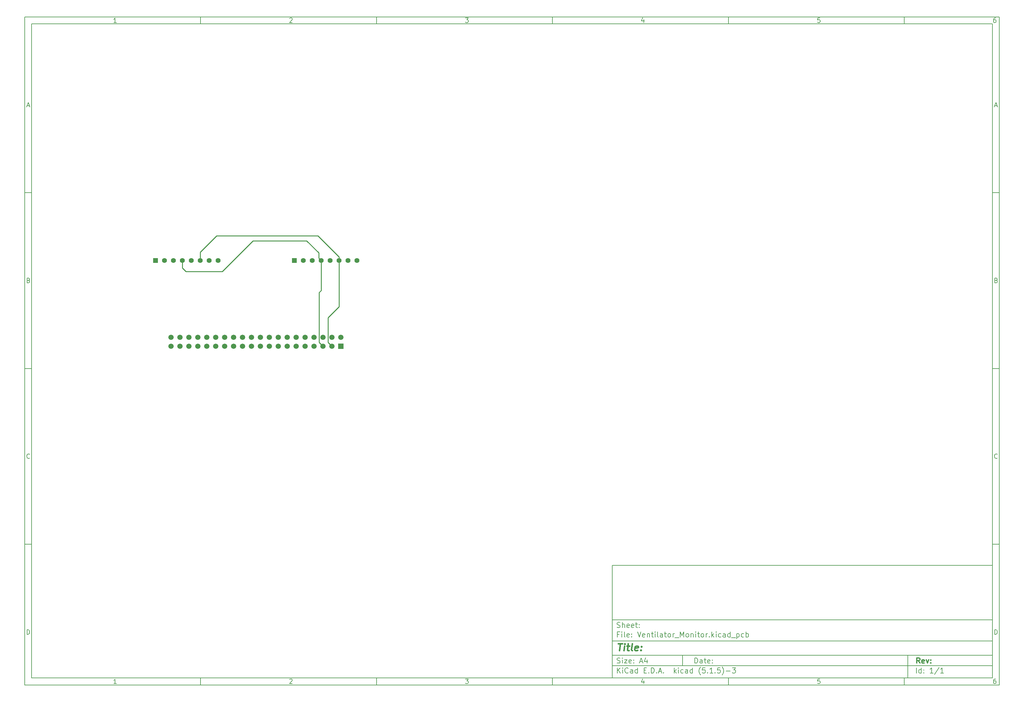
<source format=gbr>
G04 #@! TF.GenerationSoftware,KiCad,Pcbnew,(5.1.5)-3*
G04 #@! TF.CreationDate,2020-04-28T22:00:42-04:00*
G04 #@! TF.ProjectId,Ventilator_Monitor,56656e74-696c-4617-946f-725f4d6f6e69,rev?*
G04 #@! TF.SameCoordinates,Original*
G04 #@! TF.FileFunction,Copper,L2,Bot*
G04 #@! TF.FilePolarity,Positive*
%FSLAX46Y46*%
G04 Gerber Fmt 4.6, Leading zero omitted, Abs format (unit mm)*
G04 Created by KiCad (PCBNEW (5.1.5)-3) date 2020-04-28 22:00:42*
%MOMM*%
%LPD*%
G04 APERTURE LIST*
%ADD10C,0.100000*%
%ADD11C,0.150000*%
%ADD12C,0.300000*%
%ADD13C,0.400000*%
%ADD14C,1.508000*%
%ADD15R,1.508000X1.508000*%
%ADD16C,1.398000*%
%ADD17R,1.398000X1.398000*%
%ADD18C,0.250000*%
G04 APERTURE END LIST*
D10*
D11*
X177002200Y-166007200D02*
X177002200Y-198007200D01*
X285002200Y-198007200D01*
X285002200Y-166007200D01*
X177002200Y-166007200D01*
D10*
D11*
X10000000Y-10000000D02*
X10000000Y-200007200D01*
X287002200Y-200007200D01*
X287002200Y-10000000D01*
X10000000Y-10000000D01*
D10*
D11*
X12000000Y-12000000D02*
X12000000Y-198007200D01*
X285002200Y-198007200D01*
X285002200Y-12000000D01*
X12000000Y-12000000D01*
D10*
D11*
X60000000Y-12000000D02*
X60000000Y-10000000D01*
D10*
D11*
X110000000Y-12000000D02*
X110000000Y-10000000D01*
D10*
D11*
X160000000Y-12000000D02*
X160000000Y-10000000D01*
D10*
D11*
X210000000Y-12000000D02*
X210000000Y-10000000D01*
D10*
D11*
X260000000Y-12000000D02*
X260000000Y-10000000D01*
D10*
D11*
X36065476Y-11588095D02*
X35322619Y-11588095D01*
X35694047Y-11588095D02*
X35694047Y-10288095D01*
X35570238Y-10473809D01*
X35446428Y-10597619D01*
X35322619Y-10659523D01*
D10*
D11*
X85322619Y-10411904D02*
X85384523Y-10350000D01*
X85508333Y-10288095D01*
X85817857Y-10288095D01*
X85941666Y-10350000D01*
X86003571Y-10411904D01*
X86065476Y-10535714D01*
X86065476Y-10659523D01*
X86003571Y-10845238D01*
X85260714Y-11588095D01*
X86065476Y-11588095D01*
D10*
D11*
X135260714Y-10288095D02*
X136065476Y-10288095D01*
X135632142Y-10783333D01*
X135817857Y-10783333D01*
X135941666Y-10845238D01*
X136003571Y-10907142D01*
X136065476Y-11030952D01*
X136065476Y-11340476D01*
X136003571Y-11464285D01*
X135941666Y-11526190D01*
X135817857Y-11588095D01*
X135446428Y-11588095D01*
X135322619Y-11526190D01*
X135260714Y-11464285D01*
D10*
D11*
X185941666Y-10721428D02*
X185941666Y-11588095D01*
X185632142Y-10226190D02*
X185322619Y-11154761D01*
X186127380Y-11154761D01*
D10*
D11*
X236003571Y-10288095D02*
X235384523Y-10288095D01*
X235322619Y-10907142D01*
X235384523Y-10845238D01*
X235508333Y-10783333D01*
X235817857Y-10783333D01*
X235941666Y-10845238D01*
X236003571Y-10907142D01*
X236065476Y-11030952D01*
X236065476Y-11340476D01*
X236003571Y-11464285D01*
X235941666Y-11526190D01*
X235817857Y-11588095D01*
X235508333Y-11588095D01*
X235384523Y-11526190D01*
X235322619Y-11464285D01*
D10*
D11*
X285941666Y-10288095D02*
X285694047Y-10288095D01*
X285570238Y-10350000D01*
X285508333Y-10411904D01*
X285384523Y-10597619D01*
X285322619Y-10845238D01*
X285322619Y-11340476D01*
X285384523Y-11464285D01*
X285446428Y-11526190D01*
X285570238Y-11588095D01*
X285817857Y-11588095D01*
X285941666Y-11526190D01*
X286003571Y-11464285D01*
X286065476Y-11340476D01*
X286065476Y-11030952D01*
X286003571Y-10907142D01*
X285941666Y-10845238D01*
X285817857Y-10783333D01*
X285570238Y-10783333D01*
X285446428Y-10845238D01*
X285384523Y-10907142D01*
X285322619Y-11030952D01*
D10*
D11*
X60000000Y-198007200D02*
X60000000Y-200007200D01*
D10*
D11*
X110000000Y-198007200D02*
X110000000Y-200007200D01*
D10*
D11*
X160000000Y-198007200D02*
X160000000Y-200007200D01*
D10*
D11*
X210000000Y-198007200D02*
X210000000Y-200007200D01*
D10*
D11*
X260000000Y-198007200D02*
X260000000Y-200007200D01*
D10*
D11*
X36065476Y-199595295D02*
X35322619Y-199595295D01*
X35694047Y-199595295D02*
X35694047Y-198295295D01*
X35570238Y-198481009D01*
X35446428Y-198604819D01*
X35322619Y-198666723D01*
D10*
D11*
X85322619Y-198419104D02*
X85384523Y-198357200D01*
X85508333Y-198295295D01*
X85817857Y-198295295D01*
X85941666Y-198357200D01*
X86003571Y-198419104D01*
X86065476Y-198542914D01*
X86065476Y-198666723D01*
X86003571Y-198852438D01*
X85260714Y-199595295D01*
X86065476Y-199595295D01*
D10*
D11*
X135260714Y-198295295D02*
X136065476Y-198295295D01*
X135632142Y-198790533D01*
X135817857Y-198790533D01*
X135941666Y-198852438D01*
X136003571Y-198914342D01*
X136065476Y-199038152D01*
X136065476Y-199347676D01*
X136003571Y-199471485D01*
X135941666Y-199533390D01*
X135817857Y-199595295D01*
X135446428Y-199595295D01*
X135322619Y-199533390D01*
X135260714Y-199471485D01*
D10*
D11*
X185941666Y-198728628D02*
X185941666Y-199595295D01*
X185632142Y-198233390D02*
X185322619Y-199161961D01*
X186127380Y-199161961D01*
D10*
D11*
X236003571Y-198295295D02*
X235384523Y-198295295D01*
X235322619Y-198914342D01*
X235384523Y-198852438D01*
X235508333Y-198790533D01*
X235817857Y-198790533D01*
X235941666Y-198852438D01*
X236003571Y-198914342D01*
X236065476Y-199038152D01*
X236065476Y-199347676D01*
X236003571Y-199471485D01*
X235941666Y-199533390D01*
X235817857Y-199595295D01*
X235508333Y-199595295D01*
X235384523Y-199533390D01*
X235322619Y-199471485D01*
D10*
D11*
X285941666Y-198295295D02*
X285694047Y-198295295D01*
X285570238Y-198357200D01*
X285508333Y-198419104D01*
X285384523Y-198604819D01*
X285322619Y-198852438D01*
X285322619Y-199347676D01*
X285384523Y-199471485D01*
X285446428Y-199533390D01*
X285570238Y-199595295D01*
X285817857Y-199595295D01*
X285941666Y-199533390D01*
X286003571Y-199471485D01*
X286065476Y-199347676D01*
X286065476Y-199038152D01*
X286003571Y-198914342D01*
X285941666Y-198852438D01*
X285817857Y-198790533D01*
X285570238Y-198790533D01*
X285446428Y-198852438D01*
X285384523Y-198914342D01*
X285322619Y-199038152D01*
D10*
D11*
X10000000Y-60000000D02*
X12000000Y-60000000D01*
D10*
D11*
X10000000Y-110000000D02*
X12000000Y-110000000D01*
D10*
D11*
X10000000Y-160000000D02*
X12000000Y-160000000D01*
D10*
D11*
X10690476Y-35216666D02*
X11309523Y-35216666D01*
X10566666Y-35588095D02*
X11000000Y-34288095D01*
X11433333Y-35588095D01*
D10*
D11*
X11092857Y-84907142D02*
X11278571Y-84969047D01*
X11340476Y-85030952D01*
X11402380Y-85154761D01*
X11402380Y-85340476D01*
X11340476Y-85464285D01*
X11278571Y-85526190D01*
X11154761Y-85588095D01*
X10659523Y-85588095D01*
X10659523Y-84288095D01*
X11092857Y-84288095D01*
X11216666Y-84350000D01*
X11278571Y-84411904D01*
X11340476Y-84535714D01*
X11340476Y-84659523D01*
X11278571Y-84783333D01*
X11216666Y-84845238D01*
X11092857Y-84907142D01*
X10659523Y-84907142D01*
D10*
D11*
X11402380Y-135464285D02*
X11340476Y-135526190D01*
X11154761Y-135588095D01*
X11030952Y-135588095D01*
X10845238Y-135526190D01*
X10721428Y-135402380D01*
X10659523Y-135278571D01*
X10597619Y-135030952D01*
X10597619Y-134845238D01*
X10659523Y-134597619D01*
X10721428Y-134473809D01*
X10845238Y-134350000D01*
X11030952Y-134288095D01*
X11154761Y-134288095D01*
X11340476Y-134350000D01*
X11402380Y-134411904D01*
D10*
D11*
X10659523Y-185588095D02*
X10659523Y-184288095D01*
X10969047Y-184288095D01*
X11154761Y-184350000D01*
X11278571Y-184473809D01*
X11340476Y-184597619D01*
X11402380Y-184845238D01*
X11402380Y-185030952D01*
X11340476Y-185278571D01*
X11278571Y-185402380D01*
X11154761Y-185526190D01*
X10969047Y-185588095D01*
X10659523Y-185588095D01*
D10*
D11*
X287002200Y-60000000D02*
X285002200Y-60000000D01*
D10*
D11*
X287002200Y-110000000D02*
X285002200Y-110000000D01*
D10*
D11*
X287002200Y-160000000D02*
X285002200Y-160000000D01*
D10*
D11*
X285692676Y-35216666D02*
X286311723Y-35216666D01*
X285568866Y-35588095D02*
X286002200Y-34288095D01*
X286435533Y-35588095D01*
D10*
D11*
X286095057Y-84907142D02*
X286280771Y-84969047D01*
X286342676Y-85030952D01*
X286404580Y-85154761D01*
X286404580Y-85340476D01*
X286342676Y-85464285D01*
X286280771Y-85526190D01*
X286156961Y-85588095D01*
X285661723Y-85588095D01*
X285661723Y-84288095D01*
X286095057Y-84288095D01*
X286218866Y-84350000D01*
X286280771Y-84411904D01*
X286342676Y-84535714D01*
X286342676Y-84659523D01*
X286280771Y-84783333D01*
X286218866Y-84845238D01*
X286095057Y-84907142D01*
X285661723Y-84907142D01*
D10*
D11*
X286404580Y-135464285D02*
X286342676Y-135526190D01*
X286156961Y-135588095D01*
X286033152Y-135588095D01*
X285847438Y-135526190D01*
X285723628Y-135402380D01*
X285661723Y-135278571D01*
X285599819Y-135030952D01*
X285599819Y-134845238D01*
X285661723Y-134597619D01*
X285723628Y-134473809D01*
X285847438Y-134350000D01*
X286033152Y-134288095D01*
X286156961Y-134288095D01*
X286342676Y-134350000D01*
X286404580Y-134411904D01*
D10*
D11*
X285661723Y-185588095D02*
X285661723Y-184288095D01*
X285971247Y-184288095D01*
X286156961Y-184350000D01*
X286280771Y-184473809D01*
X286342676Y-184597619D01*
X286404580Y-184845238D01*
X286404580Y-185030952D01*
X286342676Y-185278571D01*
X286280771Y-185402380D01*
X286156961Y-185526190D01*
X285971247Y-185588095D01*
X285661723Y-185588095D01*
D10*
D11*
X200434342Y-193785771D02*
X200434342Y-192285771D01*
X200791485Y-192285771D01*
X201005771Y-192357200D01*
X201148628Y-192500057D01*
X201220057Y-192642914D01*
X201291485Y-192928628D01*
X201291485Y-193142914D01*
X201220057Y-193428628D01*
X201148628Y-193571485D01*
X201005771Y-193714342D01*
X200791485Y-193785771D01*
X200434342Y-193785771D01*
X202577200Y-193785771D02*
X202577200Y-193000057D01*
X202505771Y-192857200D01*
X202362914Y-192785771D01*
X202077200Y-192785771D01*
X201934342Y-192857200D01*
X202577200Y-193714342D02*
X202434342Y-193785771D01*
X202077200Y-193785771D01*
X201934342Y-193714342D01*
X201862914Y-193571485D01*
X201862914Y-193428628D01*
X201934342Y-193285771D01*
X202077200Y-193214342D01*
X202434342Y-193214342D01*
X202577200Y-193142914D01*
X203077200Y-192785771D02*
X203648628Y-192785771D01*
X203291485Y-192285771D02*
X203291485Y-193571485D01*
X203362914Y-193714342D01*
X203505771Y-193785771D01*
X203648628Y-193785771D01*
X204720057Y-193714342D02*
X204577200Y-193785771D01*
X204291485Y-193785771D01*
X204148628Y-193714342D01*
X204077200Y-193571485D01*
X204077200Y-193000057D01*
X204148628Y-192857200D01*
X204291485Y-192785771D01*
X204577200Y-192785771D01*
X204720057Y-192857200D01*
X204791485Y-193000057D01*
X204791485Y-193142914D01*
X204077200Y-193285771D01*
X205434342Y-193642914D02*
X205505771Y-193714342D01*
X205434342Y-193785771D01*
X205362914Y-193714342D01*
X205434342Y-193642914D01*
X205434342Y-193785771D01*
X205434342Y-192857200D02*
X205505771Y-192928628D01*
X205434342Y-193000057D01*
X205362914Y-192928628D01*
X205434342Y-192857200D01*
X205434342Y-193000057D01*
D10*
D11*
X177002200Y-194507200D02*
X285002200Y-194507200D01*
D10*
D11*
X178434342Y-196585771D02*
X178434342Y-195085771D01*
X179291485Y-196585771D02*
X178648628Y-195728628D01*
X179291485Y-195085771D02*
X178434342Y-195942914D01*
X179934342Y-196585771D02*
X179934342Y-195585771D01*
X179934342Y-195085771D02*
X179862914Y-195157200D01*
X179934342Y-195228628D01*
X180005771Y-195157200D01*
X179934342Y-195085771D01*
X179934342Y-195228628D01*
X181505771Y-196442914D02*
X181434342Y-196514342D01*
X181220057Y-196585771D01*
X181077200Y-196585771D01*
X180862914Y-196514342D01*
X180720057Y-196371485D01*
X180648628Y-196228628D01*
X180577200Y-195942914D01*
X180577200Y-195728628D01*
X180648628Y-195442914D01*
X180720057Y-195300057D01*
X180862914Y-195157200D01*
X181077200Y-195085771D01*
X181220057Y-195085771D01*
X181434342Y-195157200D01*
X181505771Y-195228628D01*
X182791485Y-196585771D02*
X182791485Y-195800057D01*
X182720057Y-195657200D01*
X182577200Y-195585771D01*
X182291485Y-195585771D01*
X182148628Y-195657200D01*
X182791485Y-196514342D02*
X182648628Y-196585771D01*
X182291485Y-196585771D01*
X182148628Y-196514342D01*
X182077200Y-196371485D01*
X182077200Y-196228628D01*
X182148628Y-196085771D01*
X182291485Y-196014342D01*
X182648628Y-196014342D01*
X182791485Y-195942914D01*
X184148628Y-196585771D02*
X184148628Y-195085771D01*
X184148628Y-196514342D02*
X184005771Y-196585771D01*
X183720057Y-196585771D01*
X183577200Y-196514342D01*
X183505771Y-196442914D01*
X183434342Y-196300057D01*
X183434342Y-195871485D01*
X183505771Y-195728628D01*
X183577200Y-195657200D01*
X183720057Y-195585771D01*
X184005771Y-195585771D01*
X184148628Y-195657200D01*
X186005771Y-195800057D02*
X186505771Y-195800057D01*
X186720057Y-196585771D02*
X186005771Y-196585771D01*
X186005771Y-195085771D01*
X186720057Y-195085771D01*
X187362914Y-196442914D02*
X187434342Y-196514342D01*
X187362914Y-196585771D01*
X187291485Y-196514342D01*
X187362914Y-196442914D01*
X187362914Y-196585771D01*
X188077200Y-196585771D02*
X188077200Y-195085771D01*
X188434342Y-195085771D01*
X188648628Y-195157200D01*
X188791485Y-195300057D01*
X188862914Y-195442914D01*
X188934342Y-195728628D01*
X188934342Y-195942914D01*
X188862914Y-196228628D01*
X188791485Y-196371485D01*
X188648628Y-196514342D01*
X188434342Y-196585771D01*
X188077200Y-196585771D01*
X189577200Y-196442914D02*
X189648628Y-196514342D01*
X189577200Y-196585771D01*
X189505771Y-196514342D01*
X189577200Y-196442914D01*
X189577200Y-196585771D01*
X190220057Y-196157200D02*
X190934342Y-196157200D01*
X190077200Y-196585771D02*
X190577200Y-195085771D01*
X191077200Y-196585771D01*
X191577200Y-196442914D02*
X191648628Y-196514342D01*
X191577200Y-196585771D01*
X191505771Y-196514342D01*
X191577200Y-196442914D01*
X191577200Y-196585771D01*
X194577200Y-196585771D02*
X194577200Y-195085771D01*
X194720057Y-196014342D02*
X195148628Y-196585771D01*
X195148628Y-195585771D02*
X194577200Y-196157200D01*
X195791485Y-196585771D02*
X195791485Y-195585771D01*
X195791485Y-195085771D02*
X195720057Y-195157200D01*
X195791485Y-195228628D01*
X195862914Y-195157200D01*
X195791485Y-195085771D01*
X195791485Y-195228628D01*
X197148628Y-196514342D02*
X197005771Y-196585771D01*
X196720057Y-196585771D01*
X196577200Y-196514342D01*
X196505771Y-196442914D01*
X196434342Y-196300057D01*
X196434342Y-195871485D01*
X196505771Y-195728628D01*
X196577200Y-195657200D01*
X196720057Y-195585771D01*
X197005771Y-195585771D01*
X197148628Y-195657200D01*
X198434342Y-196585771D02*
X198434342Y-195800057D01*
X198362914Y-195657200D01*
X198220057Y-195585771D01*
X197934342Y-195585771D01*
X197791485Y-195657200D01*
X198434342Y-196514342D02*
X198291485Y-196585771D01*
X197934342Y-196585771D01*
X197791485Y-196514342D01*
X197720057Y-196371485D01*
X197720057Y-196228628D01*
X197791485Y-196085771D01*
X197934342Y-196014342D01*
X198291485Y-196014342D01*
X198434342Y-195942914D01*
X199791485Y-196585771D02*
X199791485Y-195085771D01*
X199791485Y-196514342D02*
X199648628Y-196585771D01*
X199362914Y-196585771D01*
X199220057Y-196514342D01*
X199148628Y-196442914D01*
X199077200Y-196300057D01*
X199077200Y-195871485D01*
X199148628Y-195728628D01*
X199220057Y-195657200D01*
X199362914Y-195585771D01*
X199648628Y-195585771D01*
X199791485Y-195657200D01*
X202077200Y-197157200D02*
X202005771Y-197085771D01*
X201862914Y-196871485D01*
X201791485Y-196728628D01*
X201720057Y-196514342D01*
X201648628Y-196157200D01*
X201648628Y-195871485D01*
X201720057Y-195514342D01*
X201791485Y-195300057D01*
X201862914Y-195157200D01*
X202005771Y-194942914D01*
X202077200Y-194871485D01*
X203362914Y-195085771D02*
X202648628Y-195085771D01*
X202577200Y-195800057D01*
X202648628Y-195728628D01*
X202791485Y-195657200D01*
X203148628Y-195657200D01*
X203291485Y-195728628D01*
X203362914Y-195800057D01*
X203434342Y-195942914D01*
X203434342Y-196300057D01*
X203362914Y-196442914D01*
X203291485Y-196514342D01*
X203148628Y-196585771D01*
X202791485Y-196585771D01*
X202648628Y-196514342D01*
X202577200Y-196442914D01*
X204077200Y-196442914D02*
X204148628Y-196514342D01*
X204077200Y-196585771D01*
X204005771Y-196514342D01*
X204077200Y-196442914D01*
X204077200Y-196585771D01*
X205577200Y-196585771D02*
X204720057Y-196585771D01*
X205148628Y-196585771D02*
X205148628Y-195085771D01*
X205005771Y-195300057D01*
X204862914Y-195442914D01*
X204720057Y-195514342D01*
X206220057Y-196442914D02*
X206291485Y-196514342D01*
X206220057Y-196585771D01*
X206148628Y-196514342D01*
X206220057Y-196442914D01*
X206220057Y-196585771D01*
X207648628Y-195085771D02*
X206934342Y-195085771D01*
X206862914Y-195800057D01*
X206934342Y-195728628D01*
X207077200Y-195657200D01*
X207434342Y-195657200D01*
X207577200Y-195728628D01*
X207648628Y-195800057D01*
X207720057Y-195942914D01*
X207720057Y-196300057D01*
X207648628Y-196442914D01*
X207577200Y-196514342D01*
X207434342Y-196585771D01*
X207077200Y-196585771D01*
X206934342Y-196514342D01*
X206862914Y-196442914D01*
X208220057Y-197157200D02*
X208291485Y-197085771D01*
X208434342Y-196871485D01*
X208505771Y-196728628D01*
X208577200Y-196514342D01*
X208648628Y-196157200D01*
X208648628Y-195871485D01*
X208577200Y-195514342D01*
X208505771Y-195300057D01*
X208434342Y-195157200D01*
X208291485Y-194942914D01*
X208220057Y-194871485D01*
X209362914Y-196014342D02*
X210505771Y-196014342D01*
X211077200Y-195085771D02*
X212005771Y-195085771D01*
X211505771Y-195657200D01*
X211720057Y-195657200D01*
X211862914Y-195728628D01*
X211934342Y-195800057D01*
X212005771Y-195942914D01*
X212005771Y-196300057D01*
X211934342Y-196442914D01*
X211862914Y-196514342D01*
X211720057Y-196585771D01*
X211291485Y-196585771D01*
X211148628Y-196514342D01*
X211077200Y-196442914D01*
D10*
D11*
X177002200Y-191507200D02*
X285002200Y-191507200D01*
D10*
D12*
X264411485Y-193785771D02*
X263911485Y-193071485D01*
X263554342Y-193785771D02*
X263554342Y-192285771D01*
X264125771Y-192285771D01*
X264268628Y-192357200D01*
X264340057Y-192428628D01*
X264411485Y-192571485D01*
X264411485Y-192785771D01*
X264340057Y-192928628D01*
X264268628Y-193000057D01*
X264125771Y-193071485D01*
X263554342Y-193071485D01*
X265625771Y-193714342D02*
X265482914Y-193785771D01*
X265197200Y-193785771D01*
X265054342Y-193714342D01*
X264982914Y-193571485D01*
X264982914Y-193000057D01*
X265054342Y-192857200D01*
X265197200Y-192785771D01*
X265482914Y-192785771D01*
X265625771Y-192857200D01*
X265697200Y-193000057D01*
X265697200Y-193142914D01*
X264982914Y-193285771D01*
X266197200Y-192785771D02*
X266554342Y-193785771D01*
X266911485Y-192785771D01*
X267482914Y-193642914D02*
X267554342Y-193714342D01*
X267482914Y-193785771D01*
X267411485Y-193714342D01*
X267482914Y-193642914D01*
X267482914Y-193785771D01*
X267482914Y-192857200D02*
X267554342Y-192928628D01*
X267482914Y-193000057D01*
X267411485Y-192928628D01*
X267482914Y-192857200D01*
X267482914Y-193000057D01*
D10*
D11*
X178362914Y-193714342D02*
X178577200Y-193785771D01*
X178934342Y-193785771D01*
X179077200Y-193714342D01*
X179148628Y-193642914D01*
X179220057Y-193500057D01*
X179220057Y-193357200D01*
X179148628Y-193214342D01*
X179077200Y-193142914D01*
X178934342Y-193071485D01*
X178648628Y-193000057D01*
X178505771Y-192928628D01*
X178434342Y-192857200D01*
X178362914Y-192714342D01*
X178362914Y-192571485D01*
X178434342Y-192428628D01*
X178505771Y-192357200D01*
X178648628Y-192285771D01*
X179005771Y-192285771D01*
X179220057Y-192357200D01*
X179862914Y-193785771D02*
X179862914Y-192785771D01*
X179862914Y-192285771D02*
X179791485Y-192357200D01*
X179862914Y-192428628D01*
X179934342Y-192357200D01*
X179862914Y-192285771D01*
X179862914Y-192428628D01*
X180434342Y-192785771D02*
X181220057Y-192785771D01*
X180434342Y-193785771D01*
X181220057Y-193785771D01*
X182362914Y-193714342D02*
X182220057Y-193785771D01*
X181934342Y-193785771D01*
X181791485Y-193714342D01*
X181720057Y-193571485D01*
X181720057Y-193000057D01*
X181791485Y-192857200D01*
X181934342Y-192785771D01*
X182220057Y-192785771D01*
X182362914Y-192857200D01*
X182434342Y-193000057D01*
X182434342Y-193142914D01*
X181720057Y-193285771D01*
X183077200Y-193642914D02*
X183148628Y-193714342D01*
X183077200Y-193785771D01*
X183005771Y-193714342D01*
X183077200Y-193642914D01*
X183077200Y-193785771D01*
X183077200Y-192857200D02*
X183148628Y-192928628D01*
X183077200Y-193000057D01*
X183005771Y-192928628D01*
X183077200Y-192857200D01*
X183077200Y-193000057D01*
X184862914Y-193357200D02*
X185577200Y-193357200D01*
X184720057Y-193785771D02*
X185220057Y-192285771D01*
X185720057Y-193785771D01*
X186862914Y-192785771D02*
X186862914Y-193785771D01*
X186505771Y-192214342D02*
X186148628Y-193285771D01*
X187077200Y-193285771D01*
D10*
D11*
X263434342Y-196585771D02*
X263434342Y-195085771D01*
X264791485Y-196585771D02*
X264791485Y-195085771D01*
X264791485Y-196514342D02*
X264648628Y-196585771D01*
X264362914Y-196585771D01*
X264220057Y-196514342D01*
X264148628Y-196442914D01*
X264077200Y-196300057D01*
X264077200Y-195871485D01*
X264148628Y-195728628D01*
X264220057Y-195657200D01*
X264362914Y-195585771D01*
X264648628Y-195585771D01*
X264791485Y-195657200D01*
X265505771Y-196442914D02*
X265577200Y-196514342D01*
X265505771Y-196585771D01*
X265434342Y-196514342D01*
X265505771Y-196442914D01*
X265505771Y-196585771D01*
X265505771Y-195657200D02*
X265577200Y-195728628D01*
X265505771Y-195800057D01*
X265434342Y-195728628D01*
X265505771Y-195657200D01*
X265505771Y-195800057D01*
X268148628Y-196585771D02*
X267291485Y-196585771D01*
X267720057Y-196585771D02*
X267720057Y-195085771D01*
X267577200Y-195300057D01*
X267434342Y-195442914D01*
X267291485Y-195514342D01*
X269862914Y-195014342D02*
X268577200Y-196942914D01*
X271148628Y-196585771D02*
X270291485Y-196585771D01*
X270720057Y-196585771D02*
X270720057Y-195085771D01*
X270577200Y-195300057D01*
X270434342Y-195442914D01*
X270291485Y-195514342D01*
D10*
D11*
X177002200Y-187507200D02*
X285002200Y-187507200D01*
D10*
D13*
X178714580Y-188211961D02*
X179857438Y-188211961D01*
X179036009Y-190211961D02*
X179286009Y-188211961D01*
X180274104Y-190211961D02*
X180440771Y-188878628D01*
X180524104Y-188211961D02*
X180416961Y-188307200D01*
X180500295Y-188402438D01*
X180607438Y-188307200D01*
X180524104Y-188211961D01*
X180500295Y-188402438D01*
X181107438Y-188878628D02*
X181869342Y-188878628D01*
X181476485Y-188211961D02*
X181262200Y-189926247D01*
X181333628Y-190116723D01*
X181512200Y-190211961D01*
X181702676Y-190211961D01*
X182655057Y-190211961D02*
X182476485Y-190116723D01*
X182405057Y-189926247D01*
X182619342Y-188211961D01*
X184190771Y-190116723D02*
X183988390Y-190211961D01*
X183607438Y-190211961D01*
X183428866Y-190116723D01*
X183357438Y-189926247D01*
X183452676Y-189164342D01*
X183571723Y-188973866D01*
X183774104Y-188878628D01*
X184155057Y-188878628D01*
X184333628Y-188973866D01*
X184405057Y-189164342D01*
X184381247Y-189354819D01*
X183405057Y-189545295D01*
X185155057Y-190021485D02*
X185238390Y-190116723D01*
X185131247Y-190211961D01*
X185047914Y-190116723D01*
X185155057Y-190021485D01*
X185131247Y-190211961D01*
X185286009Y-188973866D02*
X185369342Y-189069104D01*
X185262200Y-189164342D01*
X185178866Y-189069104D01*
X185286009Y-188973866D01*
X185262200Y-189164342D01*
D10*
D11*
X178934342Y-185600057D02*
X178434342Y-185600057D01*
X178434342Y-186385771D02*
X178434342Y-184885771D01*
X179148628Y-184885771D01*
X179720057Y-186385771D02*
X179720057Y-185385771D01*
X179720057Y-184885771D02*
X179648628Y-184957200D01*
X179720057Y-185028628D01*
X179791485Y-184957200D01*
X179720057Y-184885771D01*
X179720057Y-185028628D01*
X180648628Y-186385771D02*
X180505771Y-186314342D01*
X180434342Y-186171485D01*
X180434342Y-184885771D01*
X181791485Y-186314342D02*
X181648628Y-186385771D01*
X181362914Y-186385771D01*
X181220057Y-186314342D01*
X181148628Y-186171485D01*
X181148628Y-185600057D01*
X181220057Y-185457200D01*
X181362914Y-185385771D01*
X181648628Y-185385771D01*
X181791485Y-185457200D01*
X181862914Y-185600057D01*
X181862914Y-185742914D01*
X181148628Y-185885771D01*
X182505771Y-186242914D02*
X182577200Y-186314342D01*
X182505771Y-186385771D01*
X182434342Y-186314342D01*
X182505771Y-186242914D01*
X182505771Y-186385771D01*
X182505771Y-185457200D02*
X182577200Y-185528628D01*
X182505771Y-185600057D01*
X182434342Y-185528628D01*
X182505771Y-185457200D01*
X182505771Y-185600057D01*
X184148628Y-184885771D02*
X184648628Y-186385771D01*
X185148628Y-184885771D01*
X186220057Y-186314342D02*
X186077200Y-186385771D01*
X185791485Y-186385771D01*
X185648628Y-186314342D01*
X185577200Y-186171485D01*
X185577200Y-185600057D01*
X185648628Y-185457200D01*
X185791485Y-185385771D01*
X186077200Y-185385771D01*
X186220057Y-185457200D01*
X186291485Y-185600057D01*
X186291485Y-185742914D01*
X185577200Y-185885771D01*
X186934342Y-185385771D02*
X186934342Y-186385771D01*
X186934342Y-185528628D02*
X187005771Y-185457200D01*
X187148628Y-185385771D01*
X187362914Y-185385771D01*
X187505771Y-185457200D01*
X187577200Y-185600057D01*
X187577200Y-186385771D01*
X188077200Y-185385771D02*
X188648628Y-185385771D01*
X188291485Y-184885771D02*
X188291485Y-186171485D01*
X188362914Y-186314342D01*
X188505771Y-186385771D01*
X188648628Y-186385771D01*
X189148628Y-186385771D02*
X189148628Y-185385771D01*
X189148628Y-184885771D02*
X189077200Y-184957200D01*
X189148628Y-185028628D01*
X189220057Y-184957200D01*
X189148628Y-184885771D01*
X189148628Y-185028628D01*
X190077200Y-186385771D02*
X189934342Y-186314342D01*
X189862914Y-186171485D01*
X189862914Y-184885771D01*
X191291485Y-186385771D02*
X191291485Y-185600057D01*
X191220057Y-185457200D01*
X191077200Y-185385771D01*
X190791485Y-185385771D01*
X190648628Y-185457200D01*
X191291485Y-186314342D02*
X191148628Y-186385771D01*
X190791485Y-186385771D01*
X190648628Y-186314342D01*
X190577200Y-186171485D01*
X190577200Y-186028628D01*
X190648628Y-185885771D01*
X190791485Y-185814342D01*
X191148628Y-185814342D01*
X191291485Y-185742914D01*
X191791485Y-185385771D02*
X192362914Y-185385771D01*
X192005771Y-184885771D02*
X192005771Y-186171485D01*
X192077200Y-186314342D01*
X192220057Y-186385771D01*
X192362914Y-186385771D01*
X193077200Y-186385771D02*
X192934342Y-186314342D01*
X192862914Y-186242914D01*
X192791485Y-186100057D01*
X192791485Y-185671485D01*
X192862914Y-185528628D01*
X192934342Y-185457200D01*
X193077200Y-185385771D01*
X193291485Y-185385771D01*
X193434342Y-185457200D01*
X193505771Y-185528628D01*
X193577200Y-185671485D01*
X193577200Y-186100057D01*
X193505771Y-186242914D01*
X193434342Y-186314342D01*
X193291485Y-186385771D01*
X193077200Y-186385771D01*
X194220057Y-186385771D02*
X194220057Y-185385771D01*
X194220057Y-185671485D02*
X194291485Y-185528628D01*
X194362914Y-185457200D01*
X194505771Y-185385771D01*
X194648628Y-185385771D01*
X194791485Y-186528628D02*
X195934342Y-186528628D01*
X196291485Y-186385771D02*
X196291485Y-184885771D01*
X196791485Y-185957200D01*
X197291485Y-184885771D01*
X197291485Y-186385771D01*
X198220057Y-186385771D02*
X198077200Y-186314342D01*
X198005771Y-186242914D01*
X197934342Y-186100057D01*
X197934342Y-185671485D01*
X198005771Y-185528628D01*
X198077200Y-185457200D01*
X198220057Y-185385771D01*
X198434342Y-185385771D01*
X198577200Y-185457200D01*
X198648628Y-185528628D01*
X198720057Y-185671485D01*
X198720057Y-186100057D01*
X198648628Y-186242914D01*
X198577200Y-186314342D01*
X198434342Y-186385771D01*
X198220057Y-186385771D01*
X199362914Y-185385771D02*
X199362914Y-186385771D01*
X199362914Y-185528628D02*
X199434342Y-185457200D01*
X199577200Y-185385771D01*
X199791485Y-185385771D01*
X199934342Y-185457200D01*
X200005771Y-185600057D01*
X200005771Y-186385771D01*
X200720057Y-186385771D02*
X200720057Y-185385771D01*
X200720057Y-184885771D02*
X200648628Y-184957200D01*
X200720057Y-185028628D01*
X200791485Y-184957200D01*
X200720057Y-184885771D01*
X200720057Y-185028628D01*
X201220057Y-185385771D02*
X201791485Y-185385771D01*
X201434342Y-184885771D02*
X201434342Y-186171485D01*
X201505771Y-186314342D01*
X201648628Y-186385771D01*
X201791485Y-186385771D01*
X202505771Y-186385771D02*
X202362914Y-186314342D01*
X202291485Y-186242914D01*
X202220057Y-186100057D01*
X202220057Y-185671485D01*
X202291485Y-185528628D01*
X202362914Y-185457200D01*
X202505771Y-185385771D01*
X202720057Y-185385771D01*
X202862914Y-185457200D01*
X202934342Y-185528628D01*
X203005771Y-185671485D01*
X203005771Y-186100057D01*
X202934342Y-186242914D01*
X202862914Y-186314342D01*
X202720057Y-186385771D01*
X202505771Y-186385771D01*
X203648628Y-186385771D02*
X203648628Y-185385771D01*
X203648628Y-185671485D02*
X203720057Y-185528628D01*
X203791485Y-185457200D01*
X203934342Y-185385771D01*
X204077200Y-185385771D01*
X204577200Y-186242914D02*
X204648628Y-186314342D01*
X204577200Y-186385771D01*
X204505771Y-186314342D01*
X204577200Y-186242914D01*
X204577200Y-186385771D01*
X205291485Y-186385771D02*
X205291485Y-184885771D01*
X205434342Y-185814342D02*
X205862914Y-186385771D01*
X205862914Y-185385771D02*
X205291485Y-185957200D01*
X206505771Y-186385771D02*
X206505771Y-185385771D01*
X206505771Y-184885771D02*
X206434342Y-184957200D01*
X206505771Y-185028628D01*
X206577200Y-184957200D01*
X206505771Y-184885771D01*
X206505771Y-185028628D01*
X207862914Y-186314342D02*
X207720057Y-186385771D01*
X207434342Y-186385771D01*
X207291485Y-186314342D01*
X207220057Y-186242914D01*
X207148628Y-186100057D01*
X207148628Y-185671485D01*
X207220057Y-185528628D01*
X207291485Y-185457200D01*
X207434342Y-185385771D01*
X207720057Y-185385771D01*
X207862914Y-185457200D01*
X209148628Y-186385771D02*
X209148628Y-185600057D01*
X209077200Y-185457200D01*
X208934342Y-185385771D01*
X208648628Y-185385771D01*
X208505771Y-185457200D01*
X209148628Y-186314342D02*
X209005771Y-186385771D01*
X208648628Y-186385771D01*
X208505771Y-186314342D01*
X208434342Y-186171485D01*
X208434342Y-186028628D01*
X208505771Y-185885771D01*
X208648628Y-185814342D01*
X209005771Y-185814342D01*
X209148628Y-185742914D01*
X210505771Y-186385771D02*
X210505771Y-184885771D01*
X210505771Y-186314342D02*
X210362914Y-186385771D01*
X210077200Y-186385771D01*
X209934342Y-186314342D01*
X209862914Y-186242914D01*
X209791485Y-186100057D01*
X209791485Y-185671485D01*
X209862914Y-185528628D01*
X209934342Y-185457200D01*
X210077200Y-185385771D01*
X210362914Y-185385771D01*
X210505771Y-185457200D01*
X210862914Y-186528628D02*
X212005771Y-186528628D01*
X212362914Y-185385771D02*
X212362914Y-186885771D01*
X212362914Y-185457200D02*
X212505771Y-185385771D01*
X212791485Y-185385771D01*
X212934342Y-185457200D01*
X213005771Y-185528628D01*
X213077200Y-185671485D01*
X213077200Y-186100057D01*
X213005771Y-186242914D01*
X212934342Y-186314342D01*
X212791485Y-186385771D01*
X212505771Y-186385771D01*
X212362914Y-186314342D01*
X214362914Y-186314342D02*
X214220057Y-186385771D01*
X213934342Y-186385771D01*
X213791485Y-186314342D01*
X213720057Y-186242914D01*
X213648628Y-186100057D01*
X213648628Y-185671485D01*
X213720057Y-185528628D01*
X213791485Y-185457200D01*
X213934342Y-185385771D01*
X214220057Y-185385771D01*
X214362914Y-185457200D01*
X215005771Y-186385771D02*
X215005771Y-184885771D01*
X215005771Y-185457200D02*
X215148628Y-185385771D01*
X215434342Y-185385771D01*
X215577200Y-185457200D01*
X215648628Y-185528628D01*
X215720057Y-185671485D01*
X215720057Y-186100057D01*
X215648628Y-186242914D01*
X215577200Y-186314342D01*
X215434342Y-186385771D01*
X215148628Y-186385771D01*
X215005771Y-186314342D01*
D10*
D11*
X177002200Y-181507200D02*
X285002200Y-181507200D01*
D10*
D11*
X178362914Y-183614342D02*
X178577200Y-183685771D01*
X178934342Y-183685771D01*
X179077200Y-183614342D01*
X179148628Y-183542914D01*
X179220057Y-183400057D01*
X179220057Y-183257200D01*
X179148628Y-183114342D01*
X179077200Y-183042914D01*
X178934342Y-182971485D01*
X178648628Y-182900057D01*
X178505771Y-182828628D01*
X178434342Y-182757200D01*
X178362914Y-182614342D01*
X178362914Y-182471485D01*
X178434342Y-182328628D01*
X178505771Y-182257200D01*
X178648628Y-182185771D01*
X179005771Y-182185771D01*
X179220057Y-182257200D01*
X179862914Y-183685771D02*
X179862914Y-182185771D01*
X180505771Y-183685771D02*
X180505771Y-182900057D01*
X180434342Y-182757200D01*
X180291485Y-182685771D01*
X180077200Y-182685771D01*
X179934342Y-182757200D01*
X179862914Y-182828628D01*
X181791485Y-183614342D02*
X181648628Y-183685771D01*
X181362914Y-183685771D01*
X181220057Y-183614342D01*
X181148628Y-183471485D01*
X181148628Y-182900057D01*
X181220057Y-182757200D01*
X181362914Y-182685771D01*
X181648628Y-182685771D01*
X181791485Y-182757200D01*
X181862914Y-182900057D01*
X181862914Y-183042914D01*
X181148628Y-183185771D01*
X183077200Y-183614342D02*
X182934342Y-183685771D01*
X182648628Y-183685771D01*
X182505771Y-183614342D01*
X182434342Y-183471485D01*
X182434342Y-182900057D01*
X182505771Y-182757200D01*
X182648628Y-182685771D01*
X182934342Y-182685771D01*
X183077200Y-182757200D01*
X183148628Y-182900057D01*
X183148628Y-183042914D01*
X182434342Y-183185771D01*
X183577200Y-182685771D02*
X184148628Y-182685771D01*
X183791485Y-182185771D02*
X183791485Y-183471485D01*
X183862914Y-183614342D01*
X184005771Y-183685771D01*
X184148628Y-183685771D01*
X184648628Y-183542914D02*
X184720057Y-183614342D01*
X184648628Y-183685771D01*
X184577200Y-183614342D01*
X184648628Y-183542914D01*
X184648628Y-183685771D01*
X184648628Y-182757200D02*
X184720057Y-182828628D01*
X184648628Y-182900057D01*
X184577200Y-182828628D01*
X184648628Y-182757200D01*
X184648628Y-182900057D01*
D10*
D11*
X197002200Y-191507200D02*
X197002200Y-194507200D01*
D10*
D11*
X261002200Y-191507200D02*
X261002200Y-198007200D01*
D14*
X99872800Y-101117400D03*
X97332800Y-101117400D03*
X94792800Y-101117400D03*
X92252800Y-101117400D03*
X89712800Y-101117400D03*
X87172800Y-101117400D03*
X84632800Y-101117400D03*
X82092800Y-101117400D03*
X79552800Y-101117400D03*
X77012800Y-101117400D03*
X74472800Y-101117400D03*
X71932800Y-101117400D03*
X69392800Y-101117400D03*
X66852800Y-101117400D03*
X64312800Y-101117400D03*
X61772800Y-101117400D03*
X59232800Y-101117400D03*
X56692800Y-101117400D03*
X54152800Y-101117400D03*
X51612800Y-101117400D03*
D15*
X99872800Y-103657400D03*
D14*
X97332800Y-103657400D03*
X94792800Y-103657400D03*
X92252800Y-103657400D03*
X89712800Y-103657400D03*
X87172800Y-103657400D03*
X84632800Y-103657400D03*
X82092800Y-103657400D03*
X79552800Y-103657400D03*
X77012800Y-103657400D03*
X74472800Y-103657400D03*
X71932800Y-103657400D03*
X69392800Y-103657400D03*
X66852800Y-103657400D03*
X64312800Y-103657400D03*
X61772800Y-103657400D03*
X59232800Y-103657400D03*
X56692800Y-103657400D03*
X54152800Y-103657400D03*
X51612800Y-103657400D03*
D16*
X104419400Y-79286100D03*
X101879400Y-79286100D03*
X99339400Y-79286100D03*
X96799400Y-79286100D03*
X94259400Y-79286100D03*
X91719400Y-79286100D03*
X89179400Y-79286100D03*
D17*
X86639400Y-79286100D03*
D16*
X65011300Y-79235300D03*
X62471300Y-79235300D03*
X59931300Y-79235300D03*
X57391300Y-79235300D03*
X54851300Y-79235300D03*
X52311300Y-79235300D03*
X49771300Y-79235300D03*
D17*
X47231300Y-79235300D03*
D18*
X59931300Y-76885800D02*
X59931300Y-79235300D01*
X64554100Y-72263000D02*
X59931300Y-76885800D01*
X93304835Y-72263000D02*
X64554100Y-72263000D01*
X99339400Y-79286100D02*
X99339400Y-78297565D01*
X99339400Y-78297565D02*
X93304835Y-72263000D01*
X96578801Y-102903401D02*
X97332800Y-103657400D01*
X96253799Y-102578399D02*
X96578801Y-102903401D01*
X96253799Y-95503501D02*
X96253799Y-102578399D01*
X99339400Y-92417900D02*
X96253799Y-95503501D01*
X99339400Y-79286100D02*
X99339400Y-92417900D01*
X93560401Y-78587101D02*
X93560401Y-77101201D01*
X94259400Y-79286100D02*
X93560401Y-78587101D01*
X93560401Y-77101201D02*
X90144600Y-73685400D01*
X90144600Y-73685400D02*
X74879200Y-73685400D01*
X74879200Y-73685400D02*
X66192400Y-82372200D01*
X66192400Y-82372200D02*
X55803800Y-82372200D01*
X54851300Y-81419700D02*
X54851300Y-79235300D01*
X55803800Y-82372200D02*
X54851300Y-81419700D01*
X94259400Y-87820500D02*
X94259400Y-79286100D01*
X93713799Y-88366101D02*
X94259400Y-87820500D01*
X94792800Y-103657400D02*
X93713799Y-102578399D01*
X93713799Y-102578399D02*
X93713799Y-88366101D01*
M02*

</source>
